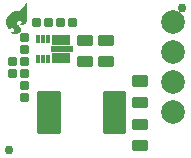
<source format=gts>
G04 EAGLE Gerber RS-274X export*
G75*
%MOMM*%
%FSLAX34Y34*%
%LPD*%
%INSoldermask Top*%
%IPPOS*%
%AMOC8*
5,1,8,0,0,1.08239X$1,22.5*%
G01*
%ADD10C,0.225369*%
%ADD11C,0.231750*%
%ADD12C,0.762000*%
%ADD13C,2.006600*%
%ADD14C,0.217469*%
%ADD15R,1.590000X0.900000*%
%ADD16R,0.390000X0.700000*%
%ADD17R,1.830000X0.500000*%

G36*
X12058Y104076D02*
X12058Y104076D01*
X12098Y104076D01*
X13198Y104276D01*
X13233Y104291D01*
X13312Y104316D01*
X14412Y104916D01*
X14432Y104934D01*
X14463Y104950D01*
X15363Y105650D01*
X15383Y105674D01*
X15443Y105738D01*
X15446Y105740D01*
X15446Y105742D01*
X15452Y105748D01*
X15952Y106548D01*
X15964Y106582D01*
X15991Y106630D01*
X16291Y107530D01*
X16294Y107567D01*
X16310Y107650D01*
X16310Y108450D01*
X16303Y108483D01*
X16301Y108533D01*
X16101Y109433D01*
X16084Y109468D01*
X16062Y109535D01*
X15562Y110435D01*
X15540Y110459D01*
X15516Y110500D01*
X14816Y111300D01*
X14815Y111301D01*
X14814Y111303D01*
X14597Y111547D01*
X14259Y111928D01*
X14014Y112203D01*
X14006Y112208D01*
X13999Y112219D01*
X13357Y112861D01*
X13110Y113519D01*
X13110Y114088D01*
X13269Y114565D01*
X13590Y114966D01*
X14086Y115297D01*
X14777Y115470D01*
X15492Y115470D01*
X15921Y115384D01*
X16316Y115226D01*
X16835Y114708D01*
X16985Y114482D01*
X17050Y114288D01*
X17050Y114012D01*
X16998Y113855D01*
X16525Y113382D01*
X16310Y113311D01*
X16290Y113298D01*
X16260Y113290D01*
X15992Y113156D01*
X15860Y113090D01*
X15831Y113066D01*
X15761Y113019D01*
X15661Y112919D01*
X15648Y112898D01*
X15629Y112882D01*
X15603Y112825D01*
X15570Y112772D01*
X15567Y112747D01*
X15557Y112724D01*
X15559Y112661D01*
X15553Y112599D01*
X15562Y112576D01*
X15563Y112551D01*
X15593Y112496D01*
X15615Y112437D01*
X15633Y112420D01*
X15645Y112398D01*
X15715Y112344D01*
X15742Y112320D01*
X15751Y112317D01*
X15760Y112310D01*
X16160Y112110D01*
X16175Y112106D01*
X16188Y112097D01*
X16322Y112071D01*
X16329Y112070D01*
X16330Y112070D01*
X17530Y112070D01*
X17556Y112076D01*
X17593Y112075D01*
X18193Y112175D01*
X18198Y112177D01*
X18205Y112177D01*
X18705Y112277D01*
X18731Y112289D01*
X18771Y112297D01*
X19271Y112497D01*
X19302Y112519D01*
X19358Y112546D01*
X19758Y112846D01*
X19762Y112850D01*
X19768Y112853D01*
X20268Y113253D01*
X20285Y113276D01*
X20356Y113354D01*
X20956Y114354D01*
X20968Y114390D01*
X20996Y114446D01*
X21196Y115146D01*
X21197Y115171D01*
X21207Y115203D01*
X21307Y116003D01*
X21305Y116024D01*
X21310Y116050D01*
X21310Y129750D01*
X21304Y129775D01*
X21307Y129801D01*
X21285Y129859D01*
X21271Y129919D01*
X21254Y129939D01*
X21245Y129963D01*
X21200Y130005D01*
X21161Y130052D01*
X21137Y130063D01*
X21118Y130080D01*
X21059Y130098D01*
X21002Y130123D01*
X20977Y130122D01*
X20952Y130130D01*
X20891Y130119D01*
X20829Y130117D01*
X20807Y130104D01*
X20781Y130100D01*
X20710Y130052D01*
X20677Y130034D01*
X20671Y130026D01*
X20661Y130019D01*
X20161Y129519D01*
X20142Y129488D01*
X20104Y129446D01*
X19828Y128986D01*
X19361Y128519D01*
X19353Y128506D01*
X19338Y128493D01*
X18849Y127907D01*
X17661Y126719D01*
X17654Y126708D01*
X17641Y126697D01*
X16451Y125308D01*
X15494Y124352D01*
X14596Y123813D01*
X14099Y123730D01*
X12230Y123730D01*
X12204Y123724D01*
X12168Y123725D01*
X10968Y123525D01*
X10952Y123518D01*
X10930Y123517D01*
X9830Y123217D01*
X9813Y123208D01*
X9789Y123203D01*
X8789Y122803D01*
X8767Y122788D01*
X8734Y122776D01*
X7734Y122176D01*
X7714Y122156D01*
X7680Y122136D01*
X6880Y121436D01*
X6873Y121427D01*
X6861Y121419D01*
X6061Y120619D01*
X6050Y120601D01*
X6030Y120583D01*
X5330Y119683D01*
X5319Y119660D01*
X5298Y119635D01*
X4298Y117835D01*
X4287Y117799D01*
X4262Y117747D01*
X3762Y115847D01*
X3761Y115815D01*
X3750Y115772D01*
X3650Y114072D01*
X3657Y114036D01*
X3656Y113980D01*
X3956Y112380D01*
X3965Y112359D01*
X3968Y112339D01*
X3968Y112335D01*
X3969Y112334D01*
X3969Y112330D01*
X4469Y110830D01*
X4488Y110799D01*
X4509Y110746D01*
X5209Y109646D01*
X5228Y109627D01*
X5246Y109597D01*
X6046Y108697D01*
X6078Y108675D01*
X6128Y108628D01*
X6928Y108128D01*
X6994Y108105D01*
X7058Y108077D01*
X7075Y108077D01*
X7092Y108072D01*
X7161Y108081D01*
X7231Y108083D01*
X7246Y108092D01*
X7264Y108094D01*
X7322Y108133D01*
X7383Y108166D01*
X7393Y108181D01*
X7408Y108191D01*
X7443Y108251D01*
X7483Y108308D01*
X7486Y108327D01*
X7494Y108341D01*
X7497Y108380D01*
X7510Y108450D01*
X7510Y109288D01*
X7582Y109504D01*
X7643Y109625D01*
X7835Y109818D01*
X7992Y109870D01*
X8183Y109870D01*
X8897Y109691D01*
X9239Y109521D01*
X9510Y109339D01*
X9880Y109062D01*
X10435Y108508D01*
X10777Y107994D01*
X10850Y107703D01*
X10850Y107212D01*
X10778Y106996D01*
X10701Y106841D01*
X10550Y106615D01*
X10229Y106375D01*
X10103Y106312D01*
X9906Y106213D01*
X9455Y106123D01*
X9448Y106119D01*
X9438Y106119D01*
X9083Y106030D01*
X8620Y106030D01*
X8500Y106090D01*
X8485Y106094D01*
X8472Y106103D01*
X8338Y106129D01*
X8332Y106130D01*
X8331Y106130D01*
X8330Y106130D01*
X8230Y106130D01*
X8205Y106124D01*
X8179Y106127D01*
X8122Y106105D01*
X8061Y106091D01*
X8041Y106074D01*
X8017Y106065D01*
X7975Y106020D01*
X7928Y105981D01*
X7917Y105957D01*
X7900Y105938D01*
X7882Y105879D01*
X7857Y105822D01*
X7858Y105797D01*
X7850Y105772D01*
X7861Y105711D01*
X7863Y105649D01*
X7876Y105627D01*
X7880Y105601D01*
X7928Y105530D01*
X7946Y105497D01*
X7954Y105491D01*
X7961Y105481D01*
X8061Y105381D01*
X8081Y105369D01*
X8102Y105346D01*
X8502Y105046D01*
X8528Y105034D01*
X8560Y105010D01*
X9960Y104310D01*
X9996Y104301D01*
X10048Y104279D01*
X10948Y104079D01*
X10981Y104079D01*
X11030Y104070D01*
X12030Y104070D01*
X12058Y104076D01*
G37*
D10*
X21558Y73708D02*
X21558Y68692D01*
X16542Y68692D01*
X16542Y73708D01*
X21558Y73708D01*
X21558Y70833D02*
X16542Y70833D01*
X16542Y72974D02*
X21558Y72974D01*
X21558Y78692D02*
X21558Y83708D01*
X21558Y78692D02*
X16542Y78692D01*
X16542Y83708D01*
X21558Y83708D01*
X21558Y80833D02*
X16542Y80833D01*
X16542Y82974D02*
X21558Y82974D01*
X16542Y63388D02*
X16542Y58372D01*
X16542Y63388D02*
X21558Y63388D01*
X21558Y58372D01*
X16542Y58372D01*
X16542Y60513D02*
X21558Y60513D01*
X21558Y62654D02*
X16542Y62654D01*
X16542Y53388D02*
X16542Y48372D01*
X16542Y53388D02*
X21558Y53388D01*
X21558Y48372D01*
X16542Y48372D01*
X16542Y50513D02*
X21558Y50513D01*
X21558Y52654D02*
X16542Y52654D01*
D11*
X122316Y50356D02*
X122316Y43404D01*
X111364Y43404D01*
X111364Y50356D01*
X122316Y50356D01*
X122316Y45606D02*
X111364Y45606D01*
X111364Y47808D02*
X122316Y47808D01*
X122316Y50010D02*
X111364Y50010D01*
X122316Y61404D02*
X122316Y68356D01*
X122316Y61404D02*
X111364Y61404D01*
X111364Y68356D01*
X122316Y68356D01*
X122316Y63606D02*
X111364Y63606D01*
X111364Y65808D02*
X122316Y65808D01*
X122316Y68010D02*
X111364Y68010D01*
X111364Y31526D02*
X111364Y24574D01*
X111364Y31526D02*
X122316Y31526D01*
X122316Y24574D01*
X111364Y24574D01*
X111364Y26776D02*
X122316Y26776D01*
X122316Y28978D02*
X111364Y28978D01*
X111364Y31180D02*
X122316Y31180D01*
X111364Y13526D02*
X111364Y6574D01*
X111364Y13526D02*
X122316Y13526D01*
X122316Y6574D01*
X111364Y6574D01*
X111364Y8776D02*
X122316Y8776D01*
X122316Y10978D02*
X111364Y10978D01*
X111364Y13180D02*
X122316Y13180D01*
X82154Y95694D02*
X82154Y102646D01*
X93106Y102646D01*
X93106Y95694D01*
X82154Y95694D01*
X82154Y97896D02*
X93106Y97896D01*
X93106Y100098D02*
X82154Y100098D01*
X82154Y102300D02*
X93106Y102300D01*
X82154Y84646D02*
X82154Y77694D01*
X82154Y84646D02*
X93106Y84646D01*
X93106Y77694D01*
X82154Y77694D01*
X82154Y79896D02*
X93106Y79896D01*
X93106Y82098D02*
X82154Y82098D01*
X82154Y84300D02*
X93106Y84300D01*
X64374Y95694D02*
X64374Y102646D01*
X75326Y102646D01*
X75326Y95694D01*
X64374Y95694D01*
X64374Y97896D02*
X75326Y97896D01*
X75326Y100098D02*
X64374Y100098D01*
X64374Y102300D02*
X75326Y102300D01*
X64374Y84646D02*
X64374Y77694D01*
X64374Y84646D02*
X75326Y84646D01*
X75326Y77694D01*
X64374Y77694D01*
X64374Y79896D02*
X75326Y79896D01*
X75326Y82098D02*
X64374Y82098D01*
X64374Y84300D02*
X75326Y84300D01*
D12*
X152654Y125984D03*
X6248Y6274D03*
D13*
X144780Y114300D03*
X144780Y88900D03*
X144780Y63500D03*
X144780Y38100D03*
D14*
X48358Y21052D02*
X30762Y21052D01*
X30762Y55148D01*
X48358Y55148D01*
X48358Y21052D01*
X48358Y23118D02*
X30762Y23118D01*
X30762Y25184D02*
X48358Y25184D01*
X48358Y27250D02*
X30762Y27250D01*
X30762Y29316D02*
X48358Y29316D01*
X48358Y31382D02*
X30762Y31382D01*
X30762Y33448D02*
X48358Y33448D01*
X48358Y35514D02*
X30762Y35514D01*
X30762Y37580D02*
X48358Y37580D01*
X48358Y39646D02*
X30762Y39646D01*
X30762Y41712D02*
X48358Y41712D01*
X48358Y43778D02*
X30762Y43778D01*
X30762Y45844D02*
X48358Y45844D01*
X48358Y47910D02*
X30762Y47910D01*
X30762Y49976D02*
X48358Y49976D01*
X48358Y52042D02*
X30762Y52042D01*
X30762Y54108D02*
X48358Y54108D01*
X86262Y21052D02*
X103858Y21052D01*
X86262Y21052D02*
X86262Y55148D01*
X103858Y55148D01*
X103858Y21052D01*
X103858Y23118D02*
X86262Y23118D01*
X86262Y25184D02*
X103858Y25184D01*
X103858Y27250D02*
X86262Y27250D01*
X86262Y29316D02*
X103858Y29316D01*
X103858Y31382D02*
X86262Y31382D01*
X86262Y33448D02*
X103858Y33448D01*
X103858Y35514D02*
X86262Y35514D01*
X86262Y37580D02*
X103858Y37580D01*
X103858Y39646D02*
X86262Y39646D01*
X86262Y41712D02*
X103858Y41712D01*
X103858Y43778D02*
X86262Y43778D01*
X86262Y45844D02*
X103858Y45844D01*
X103858Y47910D02*
X86262Y47910D01*
X86262Y49976D02*
X103858Y49976D01*
X103858Y52042D02*
X86262Y52042D01*
X86262Y54108D02*
X103858Y54108D01*
D10*
X6382Y78692D02*
X6382Y83708D01*
X11398Y83708D01*
X11398Y78692D01*
X6382Y78692D01*
X6382Y80833D02*
X11398Y80833D01*
X11398Y82974D02*
X6382Y82974D01*
X6382Y73708D02*
X6382Y68692D01*
X6382Y73708D02*
X11398Y73708D01*
X11398Y68692D01*
X6382Y68692D01*
X6382Y70833D02*
X11398Y70833D01*
X11398Y72974D02*
X6382Y72974D01*
X16542Y99012D02*
X16542Y104028D01*
X21558Y104028D01*
X21558Y99012D01*
X16542Y99012D01*
X16542Y101153D02*
X21558Y101153D01*
X21558Y103294D02*
X16542Y103294D01*
X16542Y94028D02*
X16542Y89012D01*
X16542Y94028D02*
X21558Y94028D01*
X21558Y89012D01*
X16542Y89012D01*
X16542Y91153D02*
X21558Y91153D01*
X21558Y93294D02*
X16542Y93294D01*
X47102Y111792D02*
X52118Y111792D01*
X47102Y111792D02*
X47102Y116808D01*
X52118Y116808D01*
X52118Y111792D01*
X52118Y113933D02*
X47102Y113933D01*
X47102Y116074D02*
X52118Y116074D01*
X57102Y111792D02*
X62118Y111792D01*
X57102Y111792D02*
X57102Y116808D01*
X62118Y116808D01*
X62118Y111792D01*
X62118Y113933D02*
X57102Y113933D01*
X57102Y116074D02*
X62118Y116074D01*
X31798Y111792D02*
X26782Y111792D01*
X26782Y116808D01*
X31798Y116808D01*
X31798Y111792D01*
X31798Y113933D02*
X26782Y113933D01*
X26782Y116074D02*
X31798Y116074D01*
X36782Y111792D02*
X41798Y111792D01*
X36782Y111792D02*
X36782Y116808D01*
X41798Y116808D01*
X41798Y111792D01*
X41798Y113933D02*
X36782Y113933D01*
X36782Y116074D02*
X41798Y116074D01*
D15*
X49930Y98940D03*
D16*
X39430Y99940D03*
X34930Y99940D03*
X30430Y99940D03*
X39430Y82940D03*
X34930Y82940D03*
X30430Y82940D03*
D15*
X49930Y83940D03*
D17*
X51030Y91440D03*
M02*

</source>
